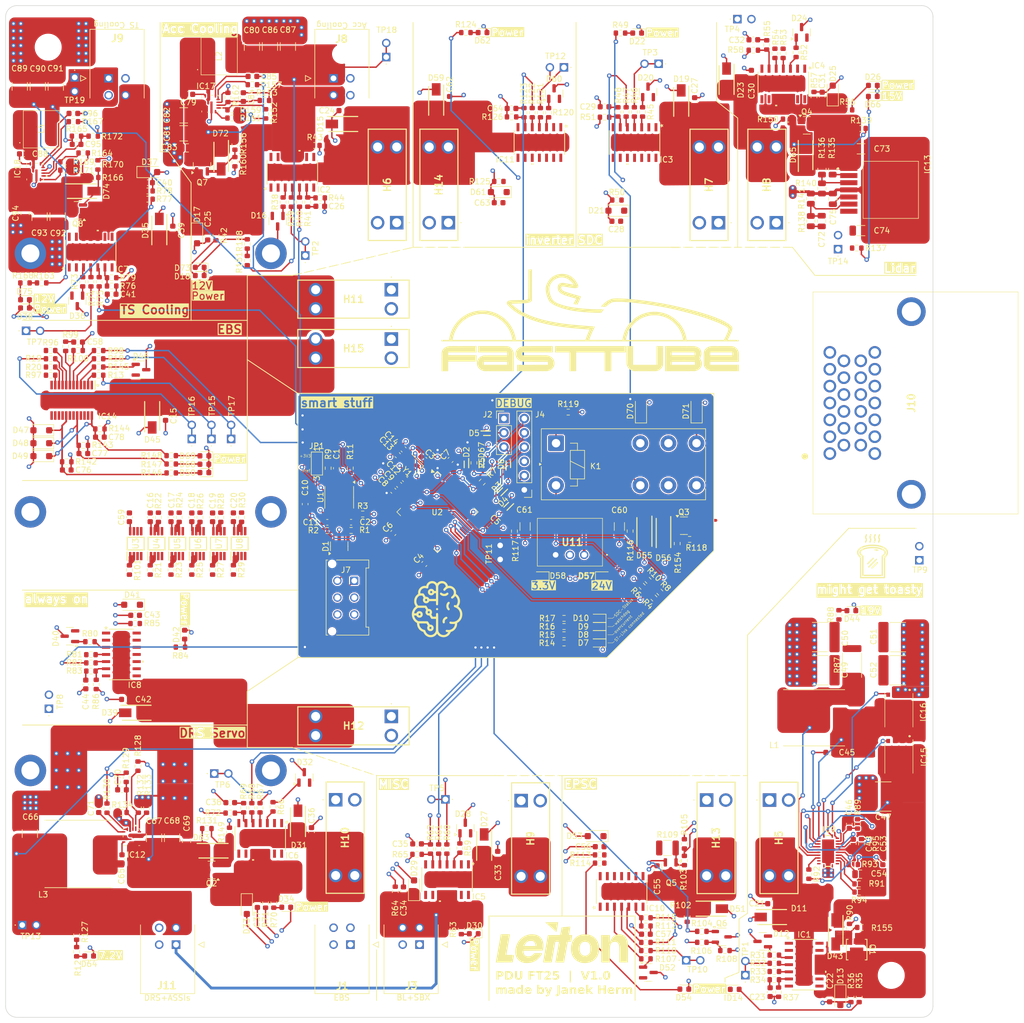
<source format=kicad_pcb>
(kicad_pcb
	(version 20240108)
	(generator "pcbnew")
	(generator_version "8.0")
	(general
		(thickness 1.6)
		(legacy_teardrops no)
	)
	(paper "A3")
	(title_block
		(title "PDU FT25")
		(date "2024-11-18")
		(rev "V1.0")
		(company "Janek Herm")
		(comment 1 "FasTTUBe Electronics")
	)
	(layers
		(0 "F.Cu" signal)
		(1 "In1.Cu" power)
		(2 "In2.Cu" signal)
		(31 "B.Cu" mixed)
		(32 "B.Adhes" user "B.Adhesive")
		(33 "F.Adhes" user "F.Adhesive")
		(34 "B.Paste" user)
		(35 "F.Paste" user)
		(37 "F.SilkS" user "F.Silkscreen")
		(38 "B.Mask" user)
		(39 "F.Mask" user)
		(40 "Dwgs.User" user "User.Drawings")
		(41 "Cmts.User" user "User.Comments")
		(42 "Eco1.User" user "User.Eco1")
		(43 "Eco2.User" user "User.Eco2")
		(44 "Edge.Cuts" user)
		(45 "Margin" user)
		(46 "B.CrtYd" user "B.Courtyard")
		(47 "F.CrtYd" user "F.Courtyard")
		(48 "B.Fab" user)
		(49 "F.Fab" user)
		(50 "User.1" user)
		(51 "User.2" user)
		(52 "User.3" user)
		(53 "User.4" user)
		(54 "User.5" user)
		(55 "User.6" user)
		(56 "User.7" user)
		(57 "User.8" user)
		(58 "User.9" user)
	)
	(setup
		(stackup
			(layer "F.SilkS"
				(type "Top Silk Screen")
			)
			(layer "F.Paste"
				(type "Top Solder Paste")
			)
			(layer "F.Mask"
				(type "Top Solder Mask")
				(thickness 0.01)
			)
			(layer "F.Cu"
				(type "copper")
				(thickness 0.035)
			)
			(layer "dielectric 1"
				(type "prepreg")
				(thickness 0.1)
				(material "FR4")
				(epsilon_r 4.5)
				(loss_tangent 0.02)
			)
			(layer "In1.Cu"
				(type "copper")
				(thickness 0.035)
			)
			(layer "dielectric 2"
				(type "core")
				(thickness 1.24)
				(material "FR4")
				(epsilon_r 4.5)
				(loss_tangent 0.02)
			)
			(layer "In2.Cu"
				(type "copper")
				(thickness 0.035)
			)
			(layer "dielectric 3"
				(type "prepreg")
				(thickness 0.1)
				(material "FR4")
				(epsilon_r 4.5)
				(loss_tangent 0.02)
			)
			(layer "B.Cu"
				(type "copper")
				(thickness 0.035)
			)
			(layer "B.Mask"
				(type "Bottom Solder Mask")
				(thickness 0.01)
			)
			(layer "B.Paste"
				(type "Bottom Solder Paste")
			)
			(copper_finish "None")
			(dielectric_constraints no)
		)
		(pad_to_mask_clearance 0)
		(allow_soldermask_bridges_in_footprints no)
		(pcbplotparams
			(layerselection 0x00010fc_ffffffff)
			(plot_on_all_layers_selection 0x0000000_00000000)
			(disableapertmacros no)
			(usegerberextensions no)
			(usegerberattributes yes)
			(usegerberadvancedattributes yes)
			(creategerberjobfile yes)
			(dashed_line_dash_ratio 12.000000)
			(dashed_line_gap_ratio 3.000000)
			(svgprecision 4)
			(plotframeref no)
			(viasonmask no)
			(mode 1)
			(useauxorigin no)
			(hpglpennumber 1)
			(hpglpenspeed 20)
			(hpglpendiameter 15.000000)
			(pdf_front_fp_property_popups yes)
			(pdf_back_fp_property_popups yes)
			(dxfpolygonmode yes)
			(dxfimperialunits yes)
			(dxfusepcbnewfont yes)
			(psnegative no)
			(psa4output no)
			(plotreference yes)
			(plotvalue yes)
			(plotfptext yes)
			(plotinvisibletext no)
			(sketchpadsonfab no)
			(subtractmaskfromsilk no)
			(outputformat 1)
			(mirror no)
			(drillshape 1)
			(scaleselection 1)
			(outputdirectory "")
		)
	)
	(net 0 "")
	(net 1 "GND")
	(net 2 "+3V3")
	(net 3 "stdCAN_H")
	(net 4 "/MCU/Vref")
	(net 5 "stdCAN_L")
	(net 6 "/MCU/NRST")
	(net 7 "Net-(C13-Pad2)")
	(net 8 "Net-(C14-Pad1)")
	(net 9 "Net-(D11-A2)")
	(net 10 "/powerstages/P_Out6a")
	(net 11 "/powerstages/IS4")
	(net 12 "Net-(D15-A2)")
	(net 13 "/connectors/P_Out1")
	(net 14 "/powerstages/IS1")
	(net 15 "Net-(D19-A2)")
	(net 16 "/RBR/RES1")
	(net 17 "/powerstages/IS10")
	(net 18 "Net-(D23-A2)")
	(net 19 "/powerstages/P_Out9a")
	(net 20 "/powerstages/IS7")
	(net 21 "Net-(D27-A2)")
	(net 22 "/connectors/P_Out8")
	(net 23 "/powerstages/IS8")
	(net 24 "Net-(D31-A2)")
	(net 25 "/powerstages/P_Out5a")
	(net 26 "/powerstages/IS3")
	(net 27 "Net-(D35-A2)")
	(net 28 "/connectors/P_Out2")
	(net 29 "/powerstages/IS2")
	(net 30 "Net-(D39-A2)")
	(net 31 "/connectors/P_Out9")
	(net 32 "/powerstages/IS9")
	(net 33 "Net-(IC9-CBOOT)")
	(net 34 "Net-(IC9-SW)")
	(net 35 "Net-(IC9-VCC)")
	(net 36 "Net-(D43-K)")
	(net 37 "Net-(IC9-PFM{slash}SYNC)")
	(net 38 "/connectors/P_Out4")
	(net 39 "Net-(C53-Pad2)")
	(net 40 "Net-(IC9-EXTCOMP)")
	(net 41 "Net-(D51-A2)")
	(net 42 "/connectors/P_Out5")
	(net 43 "/powerstages/IS5")
	(net 44 "Net-(D55-A1)")
	(net 45 "Net-(D59-A2)")
	(net 46 "/connectors/P_Out6")
	(net 47 "/powerstages/IS6")
	(net 48 "Net-(IC12-SW)")
	(net 49 "Net-(IC12-BOOT)")
	(net 50 "/connectors/P_Out3")
	(net 51 "Net-(D63-K)")
	(net 52 "Net-(IC12-FB)")
	(net 53 "Net-(IC12-SS)")
	(net 54 "/connectors/P_Out7")
	(net 55 "Net-(IC13-FB)")
	(net 56 "Net-(D65-K)")
	(net 57 "Net-(IC13-SS)")
	(net 58 "/MCU/SWCLK")
	(net 59 "/MCU/SWDIO")
	(net 60 "/MCU/UART_RX")
	(net 61 "/MCU/UART_TX")
	(net 62 "Net-(D7-A)")
	(net 63 "Net-(D8-A)")
	(net 64 "Net-(D9-A)")
	(net 65 "Net-(D10-A)")
	(net 66 "Net-(D12-A)")
	(net 67 "unconnected-(D12-NC-Pad2)")
	(net 68 "Net-(D14-A)")
	(net 69 "Net-(D16-A)")
	(net 70 "unconnected-(D16-NC-Pad2)")
	(net 71 "Net-(D18-A)")
	(net 72 "Net-(D20-A)")
	(net 73 "unconnected-(D20-NC-Pad2)")
	(net 74 "Net-(D22-A)")
	(net 75 "Net-(D24-A)")
	(net 76 "unconnected-(D24-NC-Pad2)")
	(net 77 "Net-(D26-A)")
	(net 78 "Net-(D28-A)")
	(net 79 "unconnected-(D28-NC-Pad2)")
	(net 80 "Net-(D30-A)")
	(net 81 "unconnected-(D32-NC-Pad2)")
	(net 82 "Net-(D32-A)")
	(net 83 "Net-(D34-A)")
	(net 84 "Net-(D36-A)")
	(net 85 "unconnected-(D36-NC-Pad2)")
	(net 86 "Net-(D38-A)")
	(net 87 "unconnected-(D40-NC-Pad2)")
	(net 88 "Net-(D40-A)")
	(net 89 "Net-(D42-A)")
	(net 90 "Net-(D43-A)")
	(net 91 "Net-(D44-A)")
	(net 92 "Net-(D45-A2)")
	(net 93 "/powerstages/IS11")
	(net 94 "/connectors/P_Out12")
	(net 95 "unconnected-(D52-NC-Pad2)")
	(net 96 "Net-(D52-A)")
	(net 97 "Net-(D54-A)")
	(net 98 "Net-(D56-A)")
	(net 99 "Net-(D57-A)")
	(net 100 "Net-(D58-A)")
	(net 101 "unconnected-(D60-NC-Pad2)")
	(net 102 "Net-(D60-A)")
	(net 103 "Net-(D62-A)")
	(net 104 "Net-(D63-A)")
	(net 105 "Net-(D64-A)")
	(net 106 "Net-(D65-A)")
	(net 107 "Net-(D66-A)")
	(net 108 "/connectors/P_Out11")
	(net 109 "/connectors/P_Out10")
	(net 110 "Net-(D46-A)")
	(net 111 "+24V")
	(net 112 "RES 2")
	(net 113 "Net-(IC1-IS)")
	(net 114 "Net-(IC1-GND)")
	(net 115 "Net-(IC1-IN)")
	(net 116 "Net-(IC1-DEN)")
	(net 117 "Net-(IC2-IS)")
	(net 118 "Net-(IC2-IN)")
	(net 119 "Net-(IC2-DEN)")
	(net 120 "Net-(IC2-GND)")
	(net 121 "Net-(IC3-IN)")
	(net 122 "Net-(IC3-GND)")
	(net 123 "Net-(IC3-IS)")
	(net 124 "Net-(IC3-DEN)")
	(net 125 "Net-(IC4-IN)")
	(net 126 "Net-(IC4-GND)")
	(net 127 "Net-(IC4-IS)")
	(net 128 "Net-(IC4-DEN)")
	(net 129 "Net-(IC5-GND)")
	(net 130 "Net-(IC5-DEN)")
	(net 131 "Net-(IC5-IS)")
	(net 132 "Net-(IC5-IN)")
	(net 133 "Net-(IC6-GND)")
	(net 134 "Net-(IC6-IN)")
	(net 135 "Net-(IC6-DEN)")
	(net 136 "Net-(IC6-IS)")
	(net 137 "Net-(IC7-IN)")
	(net 138 "Net-(IC7-IS)")
	(net 139 "Net-(IC7-GND)")
	(net 140 "Net-(IC7-DEN)")
	(net 141 "Net-(IC8-IN)")
	(net 142 "Net-(IC8-IS)")
	(net 143 "Net-(IC8-GND)")
	(net 144 "Net-(IC8-DEN)")
	(net 145 "Net-(IC9-CNFG)")
	(net 146 "Net-(IC9-PG{slash}SYNCOUT)")
	(net 147 "Net-(IC9-RT)")
	(net 148 "Net-(IC9-ISNS+)")
	(net 149 "Net-(IC9-HO)")
	(net 150 "Net-(IC9-LO)")
	(net 151 "Net-(IC9-FB)")
	(net 152 "Net-(IC10-IS)")
	(net 153 "Net-(IC10-IN)")
	(net 154 "Net-(IC10-DEN)")
	(net 155 "Net-(IC10-GND)")
	(net 156 "Net-(IC11-DEN)")
	(net 157 "Net-(IC11-IS)")
	(net 158 "Net-(IC11-IN)")
	(net 159 "Net-(IC11-GND)")
	(net 160 "Net-(IC12-PG)")
	(net 161 "Net-(IC12-MODE)")
	(net 162 "Net-(IC12-EN)")
	(net 163 "Net-(IC13-RON)")
	(net 164 "Net-(IC13-EN)")
	(net 165 "/MCU/SWO")
	(net 166 "FDCAN_H")
	(net 167 "FDCAN_L")
	(net 168 "unconnected-(J8-Pin_4-Pad4)")
	(net 169 "/RBR/SDC bypass")
	(net 170 "24V ASMS")
	(net 171 "Net-(JP1-C)")
	(net 172 "unconnected-(K1-Pad12)")
	(net 173 "unconnected-(K1-Pad24)")
	(net 174 "Net-(K1-PadA1)")
	(net 175 "unconnected-(D46-NC-Pad2)")
	(net 176 "Net-(IC14-DSEL1)")
	(net 177 "Net-(Q5-D)")
	(net 178 "Net-(Q5-G)")
	(net 179 "Net-(Q6-G)")
	(net 180 "Net-(Q6-D)")
	(net 181 "Net-(U1-Rs)")
	(net 182 "Net-(U2-PA0)")
	(net 183 "Net-(U2-BOOT0)")
	(net 184 "Net-(U2-PC0)")
	(net 185 "Net-(U2-PA11)")
	(net 186 "/MCU/CAN_RX")
	(net 187 "/MCU/CAN_TX")
	(net 188 "Net-(U2-PA12)")
	(net 189 "unconnected-(U2-PB7-Pad59)")
	(net 190 "unconnected-(U2-PA15-Pad50)")
	(net 191 "/MCU/STATUS_LED1")
	(net 192 "/MCU/STATUS_LED2")
	(net 193 "/MCU/STATUS_LED3")
	(net 194 "/MCU/STATUS_LED4")
	(net 195 "Net-(R12-Pad1)")
	(net 196 "Net-(U4A--)")
	(net 197 "/MCU/ISENSE1")
	(net 198 "Net-(U4B--)")
	(net 199 "/MCU/ISENSE2")
	(net 200 "/MCU/ISENSE3")
	(net 201 "Net-(U5A--)")
	(net 202 "Net-(U5B--)")
	(net 203 "/MCU/ISENSE4")
	(net 204 "/MCU/ISENSE5")
	(net 205 "Net-(U6A--)")
	(net 206 "Net-(U6B--)")
	(net 207 "/MCU/ISENSE6")
	(net 208 "/MCU/ISENSE7")
	(net 209 "Net-(U7A--)")
	(net 210 "Net-(U7B--)")
	(net 211 "/MCU/ISENSE8")
	(net 212 "/MCU/ISENSE9")
	(net 213 "Net-(U8A--)")
	(net 214 "Net-(U8B--)")
	(net 215 "/MCU/ISENSE10")
	(net 216 "/MCU/IN4")
	(net 217 "/MCU/IN1")
	(net 218 "/MCU/IN10")
	(net 219 "/MCU/IN7")
	(net 220 "/MCU/IN8")
	(net 221 "/MCU/IN3")
	(net 222 "/MCU/IN2")
	(net 223 "/MCU/IN9")
	(net 224 "/MCU/IN11")
	(net 225 "/MCU/IN12")
	(net 226 "/MCU/IN13")
	(net 227 "/MCU/PC_Read")
	(net 228 "/MCU/PC_EN")
	(net 229 "/MCU/IN5")
	(net 230 "/MCU/IN6")
	(net 231 "unconnected-(U2-PB0-Pad26)")
	(net 232 "/MCU/XTAL_OUT")
	(net 233 "unconnected-(U2-PC5-Pad25)")
	(net 234 "unconnected-(U2-PA10-Pad43)")
	(net 235 "Net-(IC14-GND)")
	(net 236 "unconnected-(U2-PC12-Pad53)")
	(net 237 "Net-(IC14-DEN)")
	(net 238 "Net-(IC14-IN2)")
	(net 239 "/MCU/XTAL_IN")
	(net 240 "unconnected-(U2-PA9-Pad42)")
	(net 241 "unconnected-(U2-PA8-Pad41)")
	(net 242 "unconnected-(U2-PD2-Pad54)")
	(net 243 "unconnected-(J1-Pin_1-Pad1)")
	(net 244 "unconnected-(J11-Pin_2-Pad2)")
	(net 245 "unconnected-(J3-Pin_2-Pad2)")
	(net 246 "unconnected-(J3-Pin_1-Pad1)")
	(net 247 "unconnected-(IC14-OUT3-Pad13)")
	(net 248 "Net-(IC14-IN0)")
	(net 249 "Net-(IC14-IN3)")
	(net 250 "Net-(IC14-DSEL0)")
	(net 251 "Net-(IC14-IN1)")
	(net 252 "Net-(IC14-IS)")
	(net 253 "/MCU/DSEL0")
	(net 254 "/MCU/DSEL1")
	(net 255 "Net-(U3A--)")
	(net 256 "/MCU/ISENSE11")
	(net 257 "unconnected-(U3-Pad7)")
	(net 258 "unconnected-(IC9-NC_1-Pad1)")
	(net 259 "unconnected-(IC9-NC_2-Pad2)")
	(net 260 "unconnected-(IC9-NC_4-Pad23)")
	(net 261 "unconnected-(IC9-NC_3-Pad22)")
	(net 262 "Net-(IC9-VOUT)")
	(net 263 "unconnected-(IC9-NC_5-Pad24)")
	(net 264 "Net-(D50-A)")
	(net 265 "Net-(D68-A)")
	(net 266 "Net-(D69-A)")
	(net 267 "/connectors/P_Out14")
	(net 268 "/connectors/P_Out13")
	(net 269 "Net-(IC17-SW)")
	(net 270 "Net-(IC17-BOOT)")
	(net 271 "Net-(D72-K)")
	(net 272 "Net-(IC17-FB)")
	(net 273 "Net-(IC17-SS)")
	(net 274 "Net-(IC18-BOOT)")
	(net 275 "Net-(IC18-SW)")
	(net 276 "Net-(D74-K)")
	(net 277 "Net-(IC18-FB)")
	(net 278 "Net-(IC18-SS)")
	(net 279 "Net-(D72-A)")
	(net 280 "Net-(D73-A)")
	(net 281 "Net-(D74-A)")
	(net 282 "Net-(D75-A)")
	(net 283 "Net-(IC17-PG)")
	(net 284 "Net-(IC17-MODE)")
	(net 285 "Net-(IC17-EN)")
	(net 286 "Net-(IC18-PG)")
	(net 287 "Net-(IC18-MODE)")
	(net 288 "Net-(IC18-EN)")
	(net 289 "Net-(R151-Pad2)")
	(net 290 "Net-(R163-Pad2)")
	(net 291 "unconnected-(J10-Pin_18-Pad18)")
	(net 292 "unconnected-(J10-Pin_11-Pad11)")
	(net 293 "unconnected-(J10-Pin_6-Pad6)")
	(net 294 "unconnected-(J10-Pin_24-Pad24)")
	(net 295 "unconnected-(J10-Pin_2-Pad2)")
	(net 296 "unconnected-(J10-Pin_5-Pad5)")
	(net 297 "unconnected-(J10-Pin_23-Pad23)")
	(net 298 "unconnected-(J10-Pin_19-Pad19)")
	(net 299 "unconnected-(J10-Pin_12-Pad12)")
	(net 300 "unconnected-(J10-Pin_3-Pad3)")
	(net 301 "unconnected-(J10-Pin_10-Pad10)")
	(net 302 "unconnected-(J10-Pin_9-Pad9)")
	(net 303 "unconnected-(J10-Pin_16-Pad16)")
	(net 304 "unconnected-(J10-Pin_15-Pad15)")
	(net 305 "unconnected-(J10-Pin_22-Pad22)")
	(net 306 "unconnected-(J10-Pin_17-Pad17)")
	(net 307 "unconnected-(J11-Pin_4-Pad4)")
	(net 308 "unconnected-(J9-Pin_2-Pad2)")
	(net 309 "unconnected-(J8-Pin_2-Pad2)")
	(net 310 "unconnected-(J9-Pin_3-Pad3)")
	(footprint "5025:5025" (layer "F.Cu") (at 165.32 98.46 90))
	(footprint "Resistor_SMD:R_0603_1608Metric" (layer "F.Cu") (at 161.375 88.955 90))
	(footprint "Resistor_SMD:R_0603_1608Metric" (layer "F.Cu") (at 128.645 103.135 -90))
	(footprint "Capacitor_SMD:C_1210_3225Metric" (layer "F.Cu") (at 162.225 61.275 90))
	(footprint "BTT6010-1ERB:SOIC14_BTT6010-1ERB_INF" (layer "F.Cu") (at 163.019 83.649799 90))
	(footprint "824501241:DIOM5127X250N" (layer "F.Cu") (at 139.345 93.995 -90))
	(footprint "Resistor_SMD:R_0603_1608Metric" (layer "F.Cu") (at 122.555 83.275))
	(footprint "Package_TO_SOT_SMD:SOT-23" (layer "F.Cu") (at 124.75 106.535 -90))
	(footprint "Package_TO_SOT_SMD:SOT-23" (layer "F.Cu") (at 165.14 191.314998 90))
	(footprint "Resistor_SMD:R_0603_1608Metric" (layer "F.Cu") (at 135.615001 196.775 90))
	(footprint "Resistor_SMD:R_0603_1608Metric" (layer "F.Cu") (at 155.915 68.065))
	(footprint "Capacitor_SMD:C_1210_3225Metric" (layer "F.Cu") (at 143.685 76.725 180))
	(footprint "5025:5025" (layer "F.Cu") (at 119.706643 179.105057 90))
	(footprint "Resistor_SMD:R_0603_1608Metric" (layer "F.Cu") (at 143.105 168.135001))
	(footprint "Resistor_SMD:R_0603_1608Metric" (layer "F.Cu") (at 135.545001 189.315 -90))
	(footprint "LED_SMD:LED_0603_1608Metric" (layer "F.Cu") (at 266.295 70.155 180))
	(footprint "Package_TO_SOT_SMD:SOT-23" (layer "F.Cu") (at 123.441642 166.195058 180))
	(footprint "Resistor_SMD:R_0603_1608Metric" (layer "F.Cu") (at 127.585 77.225))
	(footprint "ESD321DYAR:SODFL1608X77N" (layer "F.Cu") (at 193.99 135.625 -90))
	(footprint "Diode_SMD:D_SOD-123F" (layer "F.Cu") (at 225.045 126.04 90))
	(footprint "5025:5025" (layer "F.Cu") (at 114.96 217.59))
	(footprint "Resistor_SMD:R_0603_1608Metric" (layer "F.Cu") (at 147.805 200.415))
	(footprint "5025:5025" (layer "F.Cu") (at 260.11 97.33 90))
	(footprint "MountingHole:MountingHole_3.2mm_M3_DIN965_Pad" (layer "F.Cu") (at 116.41 144.08 -90))
	(footprint "Resistor_SMD:R_0603_1608Metric" (layer "F.Cu") (at 254.915 208.535 -90))
	(footprint "Resistor_SMD:R_0603_1608Metric" (layer "F.Cu") (at 264.205001 75.855))
	(footprint "Capacitor_SMD:C_0603_1608Metric" (layer "F.Cu") (at 156.795 213.675001 -90))
	(footprint "Resistor_SMD:R_0603_1608Metric" (layer "F.Cu") (at 120.005477 118.297452))
	(footprint "MountingHole:MountingHole_4.3mm_M4" (layer "F.Cu") (at 119.575 226.345))
	(footprint "Capacitor_SMD:C_1210_3225Metric" (layer "F.Cu") (at 138.414747 202.063428 90))
	(footprint "Diode_SMD:D_SOD-123F" (layer "F.Cu") (at 146.065 94.88 -90))
	(footprint "Capacitor_SMD:C_0603_1608Metric" (layer "F.Cu") (at 185.205 203.145 180))
	(footprint "Resistor_SMD:R_0603_1608Metric" (layer "F.Cu") (at 225.925 220.675))
	(footprint "Resistor_SMD:R_0603_1608Metric" (layer "F.Cu") (at 154.995 99.365 90))
	(footprint "Resistor_SMD:R_0603_1608Metric" (layer "F.Cu") (at 248.775 222.935))
	(footprint "Resistor_SMD:R_0603_1608Metric" (layer "F.Cu") (at 135.044999 163.939999 180))
	(footprint "LED_SMD:LED_0603_1608Metric" (layer "F.Cu") (at 217.335 167.395 180))
	(footprint "3SMAJ5934B-TP:DIOM5226X244N"
		(layer "F.Cu")
		(uuid "18952861-3736-4224-9120-9d6967b34620")
		(at 254.335 80.59 90)
		(descr "3SMAJ5934B-TP")
		(tags "Zener Diode")
		(property "Reference" "D65"
			(at 0.01 -2.23 90)
			(layer "F.SilkS")
			(uuid "2cfe04ff-d50f-49bc-b705-67a361dbc6f2")
			(effects
				(font
					(size 1 1)
					(thickness 0.15)
				)
			)
		)
		(property "Value" "24V"
			(at 0 0 90)
			(layer "F.SilkS")
			(hide yes)
			(uuid "62d8b633-d249-4560-b879-3e2b313ae216")
			(effects
				(font
					(size 1.27 1.27)
					(thickness 0.254)
				)
			)
		)
		(property "Footprint" "3SMAJ5934B-TP:DIOM5226X244N"
			(at 0 0 90)
			(layer "F.Fab")
			(hide yes)
			(uuid "1ca5cb6b-f06e-4c26-9096-d422f6a6a45a")
			(effects
				(font
					(size 1.27 1.27)
					(thickness 0.15)
				)
			)
		)
		(property "Datasheet" "https://www.mouser.de/datasheet/2/258/3SMAJ5918B_3SMAJ5956B_SMA_-3423242.pdf"
			(at 0 0 90)
			(layer "F.Fab")
			(hide yes)
			(uuid "1cf8faad-1464-4f8f-b3d1-797ec304acd7")
			(effects
				(font
					(size 1.27 1.27)
					(thickness 0.15)
				)
			)
		)
		(property "Description" "Zener diode"
			(at 0 0 90)
			(layer "F.Fab")
			(hide yes)
			(uuid "094d8b37-e2ed-436f-977d-ad9f7c6fb1ad")
			(effects
				(font
					(size 1.27 1.27)
					(thickness 0.15)
				)
			)
		)
		(property "MPR" "3SMAJ5934B-TP"
			(at 0 0 90)
			(unlocked yes)
			(layer "F.Fab")
			(hide yes)
			(uuid "41ef1ec7-3b02-4df3-9c1e-56f39993c832")
			(effects
				(font
					(size 1 1)
					(thickness 0.15)
				)
			)
		)
		(property ki_fp_filters "TO-???* *_Diode_* *SingleDiode* D_*")
		(path "/780d04e9-366d-4b48-88f6-229428c96c3a/36ed45c6-442d-4eee-9bdb-46289aebb151/96e54620-f717-4a43-a1e4-911e621c121e")
		(sheetname "Lidar-DCDC (24->15V)")
		(sheetfile "lidar_DCDC.kicad_sch")
		(attr smd)
		(fp_line
			(start 2.598 -1.292)
			(end -2.925 -1.292)
			(stroke
				(width 0.2)
				(type solid)
			)
			(layer "F.SilkS")
			(uuid "a92a00c5-8a6e-449e-9d70-3cb9bfeff77e")
		)
		(fp_line
			(start -2.598 1.292)
			(end 2.598 1.292)
			(stroke
				(width 0.2)
				(type solid)
			)
			(layer "F.SilkS")
			(uuid "bd56fbcc-e69b-4574-aec4-97064654b5b5")
		)
		(fp_line
			(start 3.575 -1.71)
			(end 3.575 1.71)
			(stroke
				(width 0.05)
				(type solid)
			)
			(layer "F.CrtYd")
			(uuid "0cfa35b8-2844-486a-8e75-4c3afe6073c5")
		)
		(fp_line
			(start -3.575 -1.71)
			(end 3.575 -1.71)
			(stroke
				(width 0.05)
				(type solid)
			)
			(layer "F.CrtYd")
			(uuid "01481363-4a48-4d82-be92-4bf399d12be2")
		)
		(fp_line
			(start 3.575 1.71)
			(end -3.575 1.71)
			(stroke
				(width 0.05)
				(type solid)
			)
			(layer "F.CrtYd")
			(uuid "bdbbbb87-d0ed-4967-bd96-1cababae14fa")
		)
		(fp_line
			(start -3.575 1.71)
			(end -3.575 -1.71)
			(stroke
				(width 0.05)
				(type solid)
			)
			(layer "F.CrtYd")
			(uuid "023d4443-225e-4450-9f41-334773d55004")
		)
		(fp_line
			(start 2.598 -1.292)
			(end 2.598 1.292)
			(stroke
				(width 0.1)
				(type solid)
			)
			(layer "F.Fab")
			(uuid "b735d482-9740-4f6c-8642-55e64693a782")
		)
		(fp_line
			(start -2.598 -1.292)
			(end 2.598 -1.292)
			(stroke
				(width 0.1)
				(type solid)
			)
			(layer "F.Fab")
			(uuid "0b6e698c-a5cc-443c-bd6a-f3caf8eb2f2e")
		)
		(fp_line
			(start -2.598 -0.518)
			(end -1.822 -1.292)
			(stroke
				(width 0.1)
				(type solid)
			)
			(layer "F.Fab")
			(uuid "9f46b031-2146-44
... [4016723 chars truncated]
</source>
